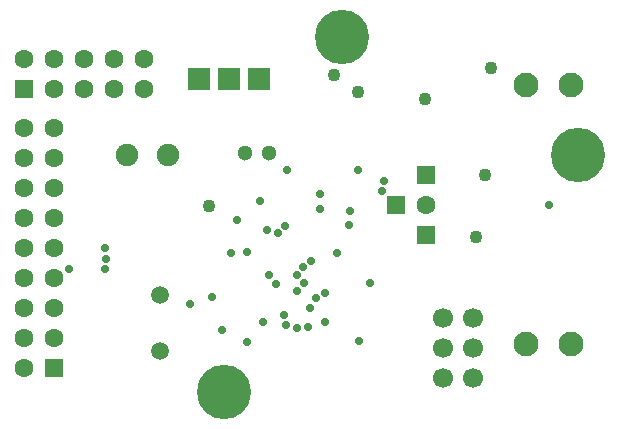
<source format=gbs>
G04*
G04 #@! TF.GenerationSoftware,Altium Limited,Altium Designer,20.0.12 (288)*
G04*
G04 Layer_Color=16711935*
%FSLAX44Y44*%
%MOMM*%
G71*
G01*
G75*
%ADD46C,1.1000*%
%ADD47C,4.6000*%
%ADD48R,1.6000X1.5500*%
%ADD49C,1.6000*%
%ADD50C,1.7000*%
%ADD51R,1.6000X1.6000*%
%ADD52R,1.6000X1.6000*%
%ADD53C,2.1000*%
%ADD54C,1.5000*%
%ADD55C,1.9000*%
%ADD56C,1.3000*%
%ADD57R,1.9000X1.9000*%
%ADD58C,0.7000*%
D46*
X416000Y284000D02*
D03*
X283000Y278000D02*
D03*
X411000Y193000D02*
D03*
X302999Y264000D02*
D03*
X403000Y141000D02*
D03*
X177316Y167429D02*
D03*
X359750Y257350D02*
D03*
D47*
X190000Y10000D02*
D03*
X290000Y310000D02*
D03*
X490000Y210000D02*
D03*
D48*
X46400Y29800D02*
D03*
D49*
X21000Y233000D02*
D03*
X46400D02*
D03*
X21000Y207600D02*
D03*
X46400D02*
D03*
X21000Y182200D02*
D03*
X46400D02*
D03*
X21000Y156800D02*
D03*
X46400D02*
D03*
X21000Y131400D02*
D03*
X46400D02*
D03*
X21000Y106000D02*
D03*
X46400D02*
D03*
X21000Y80600D02*
D03*
X46400D02*
D03*
X21000Y55200D02*
D03*
X46400D02*
D03*
X21000Y29800D02*
D03*
X361000Y168400D02*
D03*
D03*
D03*
X122400Y291400D02*
D03*
X97000D02*
D03*
X71600D02*
D03*
X46200D02*
D03*
X20800D02*
D03*
X122400Y266000D02*
D03*
X97000D02*
D03*
X71600D02*
D03*
X46200D02*
D03*
D50*
X375300Y72400D02*
D03*
Y47000D02*
D03*
Y21600D02*
D03*
X400700D02*
D03*
Y47000D02*
D03*
Y72400D02*
D03*
D51*
X361000Y193800D02*
D03*
Y143000D02*
D03*
D52*
X335600Y168400D02*
D03*
X20800Y266000D02*
D03*
D53*
X484100Y50000D02*
D03*
X446000D02*
D03*
Y270000D02*
D03*
X484100D02*
D03*
D54*
X136000Y44500D02*
D03*
Y92000D02*
D03*
D55*
X107500Y210000D02*
D03*
X142500D02*
D03*
D56*
X208000Y212000D02*
D03*
X228000D02*
D03*
D57*
X169000Y275000D02*
D03*
X194400D02*
D03*
X219800D02*
D03*
D58*
X323766Y179509D02*
D03*
X325794Y188560D02*
D03*
X243627Y198000D02*
D03*
X313389Y101750D02*
D03*
X465250Y168000D02*
D03*
X262999Y81000D02*
D03*
X88878Y114000D02*
D03*
X59000Y114000D02*
D03*
X235419Y144503D02*
D03*
X226290Y147000D02*
D03*
X241999Y150000D02*
D03*
X220000Y171000D02*
D03*
X303040Y198000D02*
D03*
X89886Y122574D02*
D03*
X89000Y132000D02*
D03*
X234000Y101000D02*
D03*
X296500Y162500D02*
D03*
X295832Y151168D02*
D03*
X257958Y102080D02*
D03*
X268000Y89000D02*
D03*
X251805Y108580D02*
D03*
X256842Y115620D02*
D03*
X252012Y95255D02*
D03*
X240762Y75004D02*
D03*
X286000Y127000D02*
D03*
X179750Y90500D02*
D03*
X188000Y62000D02*
D03*
X209260Y128256D02*
D03*
X196010Y127006D02*
D03*
X228371Y108362D02*
D03*
X222761Y68753D02*
D03*
X242512Y66003D02*
D03*
X209000Y51750D02*
D03*
X201000Y155000D02*
D03*
X275149Y69268D02*
D03*
X264000Y120700D02*
D03*
X275460Y93888D02*
D03*
X252000Y64000D02*
D03*
X261000Y65000D02*
D03*
X161000Y84000D02*
D03*
X304000Y53000D02*
D03*
X271000Y165000D02*
D03*
Y177000D02*
D03*
M02*

</source>
